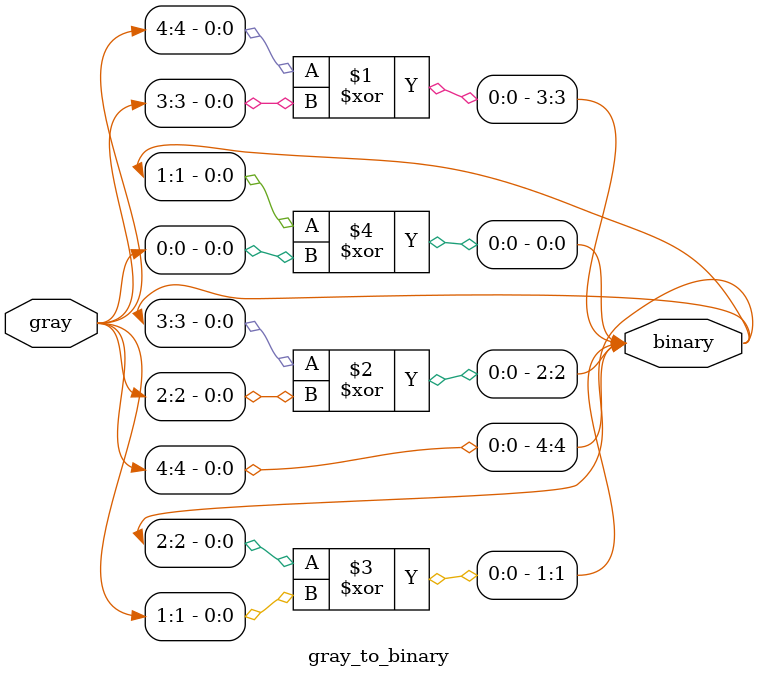
<source format=v>
module gray_to_binary (
    input [4:0] gray,    
    output [4:0] binary  
);
   
    assign binary[4] = gray[4]; 
    assign binary[3] = binary[4] ^ gray[3];                        
    assign binary[2] = binary[3] ^ gray[2];         
    assign binary[1] = binary[2] ^ gray[1];         
    assign binary[0] = binary[1] ^ gray[0];        
endmodule

</source>
